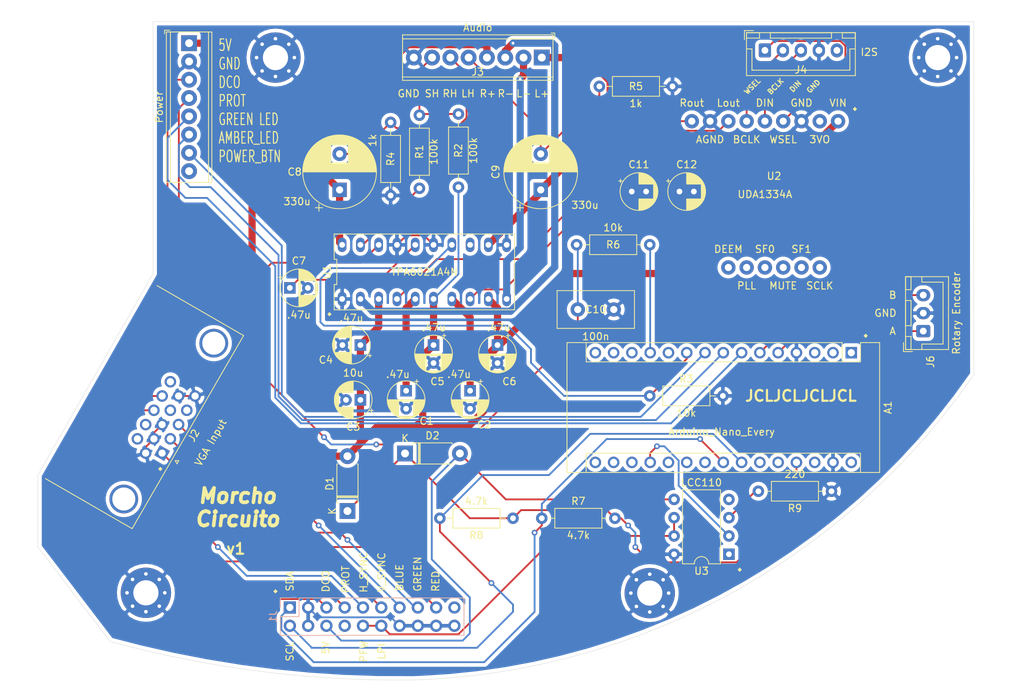
<source format=kicad_pcb>
(kicad_pcb (version 20171130) (host pcbnew "(5.1.10)-1")
  (layers (0 F.Cu signal) (31 B.Cu signal) (34 B.Paste user) (35 F.Paste user) (36 B.SilkS user) (37 F.SilkS user) (38 B.Mask user) (39 F.Mask user) (44 Edge.Cuts user))
  (net 0 "")
  (net 1 GND)
  (net 2 5V_TRICKLE)
  (net 3 "Net-(A1-Pad12)")
  (net 4 "Net-(C1-Pad1)")
  (net 5 "Net-(C2-Pad1)")
  (net 6 "Net-(C7-Pad1)")
  (net 7 RHEAD)
  (net 8 RSPKR+)
  (net 9 LHEAD)
  (net 10 LSPKR+)
  (net 11 VOLUME)
  (net 12 SHEAD)
  (net 13 LSPKR-)
  (net 14 RSPKR-)
  (net 15 "Net-(R1-Pad2)")
  (net 16 LIN)
  (net 17 RIN)
  (net 18 LPIACT)
  (net 19 GREEN_LED)
  (net 20 AMBER_LED)
  (net 21 POWER_BTN)
  (net 22 IVAD_SDA)
  (net 23 ROT_A)
  (net 24 IVAD_SCL)
  (net 25 ROT_B)
  (net 26 AMP_ACTIVE)
  (net 27 5V_MCU)
  (net 28 5V_PSU)
  (net 29 RED)
  (net 30 GREEN)
  (net 31 BLUE)
  (net 32 V_SYNC)
  (net 33 H_SYNC)
  (net 34 PROT)
  (net 35 DCO)
  (net 36 I2S_DIN)
  (net 37 I2S_BCLK)
  (net 38 I2S_WSEL)
  (net 39 POWER_EN)
  (net 40 "Net-(R9-Pad2)")
  (net 41 "Net-(A1-Pad1)")
  (net 42 "Net-(A1-Pad17)")
  (net 43 "Net-(A1-Pad2)")
  (net 44 "Net-(A1-Pad18)")
  (net 45 "Net-(A1-Pad3)")
  (net 46 "Net-(A1-Pad20)")
  (net 47 "Net-(A1-Pad21)")
  (net 48 "Net-(A1-Pad22)")
  (net 49 "Net-(A1-Pad25)")
  (net 50 "Net-(A1-Pad26)")
  (net 51 "Net-(A1-Pad11)")
  (net 52 "Net-(A1-Pad28)")
  (net 53 "Net-(A1-Pad13)")
  (net 54 "Net-(A1-Pad14)")
  (net 55 "Net-(A1-Pad30)")
  (net 56 "Net-(A1-Pad15)")
  (net 57 "Net-(A1-Pad16)")
  (net 58 "Net-(C11-Pad1)")
  (net 59 "Net-(C12-Pad1)")
  (net 60 "Net-(J1-Pad19)")
  (net 61 "Net-(J1-Pad8)")
  (net 62 "Net-(J2-Pad15)")
  (net 63 "Net-(J2-Pad12)")
  (net 64 "Net-(J2-Pad11)")
  (net 65 "Net-(J2-Pad9)")
  (net 66 "Net-(J2-Pad4)")
  (net 67 "Net-(J4-Pad5)")
  (net 68 "Net-(J5-Pad8)")
  (net 69 "Net-(U1-Pad13)")
  (net 70 "Net-(U2-Pad12)")
  (net 71 "Net-(U2-Pad13)")
  (net 72 "Net-(U2-Pad14)")
  (net 73 "Net-(U2-Pad15)")
  (net 74 "Net-(U2-Pad16)")
  (net 75 "Net-(U2-Pad2)")
  (net 76 "Net-(U2-Pad17)")
  (net 77 "Net-(U3-Pad4)")
  (net 78 "Net-(U3-Pad1)")
  (module Capacitor_THT:CP_Radial_D5.0mm_P2.00mm (layer F.Cu) (at 165.126 70.612)
    (fp_text reference C12 (at 1 -3.75) (layer F.SilkS))
    (fp_text value .47u)
    (pad 2 thru_hole circle (at 2 0) (size 1.6 1.6) (drill 0.8) (layers *.Cu *.Mask) (net 16 LIN))
    (pad 1 thru_hole rect (at 0 0) (size 1.6 1.6) (drill 0.8) (layers *.Cu *.Mask) (net 59 "Net-(C12-Pad1)"))
  )
  (module Capacitor_THT:CP_Radial_D5.0mm_P2.00mm (layer F.Cu) (at 158.496 70.612)
    (fp_text reference C11 (at 1 -3.75) (layer F.SilkS))
    (fp_text value .47u)
    (pad 2 thru_hole circle (at 2 0) (size 1.6 1.6) (drill 0.8) (layers *.Cu *.Mask) (net 17 RIN))
    (pad 1 thru_hole rect (at 0 0) (size 1.6 1.6) (drill 0.8) (layers *.Cu *.Mask) (net 58 "Net-(C11-Pad1)"))
  )
  (module Resistor_THT:R_Axial_DIN0207_L6.3mm_D2.5mm_P10.16mm_Horizontal (layer F.Cu) (at 186.25 112.25 180)
    (fp_text reference R9 (at 5.08 -2.37) (layer F.SilkS))
    (fp_text value 220 (at 5.08 2.37) (layer F.SilkS))
    (pad 2 thru_hole oval (at 10.16 0 180) (size 1.6 1.6) (drill 0.8) (layers *.Cu *.Mask) (net 40 "Net-(R9-Pad2)"))
    (pad 1 thru_hole circle (at 0 0 180) (size 1.6 1.6) (drill 0.8) (layers *.Cu *.Mask) (net 1 GND))
  )
  (module Package_DIP:DIP-8_W7.62mm (layer F.Cu) (at 172 121 180)
    (fp_text reference U3 (at 3.81 -2.33) (layer F.SilkS))
    (fp_text value LCC110 (at 3.81 9.95) (layer F.SilkS))
    (pad 8 thru_hole oval (at 7.62 0 180) (size 1.6 1.6) (drill 0.8) (layers *.Cu *.Mask) (net 1 GND))
    (pad 4 thru_hole oval (at 0 7.62 180) (size 1.6 1.6) (drill 0.8) (layers *.Cu *.Mask) (net 77 "Net-(U3-Pad4)"))
    (pad 7 thru_hole oval (at 7.62 2.54 180) (size 1.6 1.6) (drill 0.8) (layers *.Cu *.Mask) (net 18 LPIACT))
    (pad 3 thru_hole oval (at 0 5.08 180) (size 1.6 1.6) (drill 0.8) (layers *.Cu *.Mask) (net 40 "Net-(R9-Pad2)"))
    (pad 6 thru_hole oval (at 7.62 5.08 180) (size 1.6 1.6) (drill 0.8) (layers *.Cu *.Mask) (net 18 LPIACT))
    (pad 2 thru_hole oval (at 0 2.54 180) (size 1.6 1.6) (drill 0.8) (layers *.Cu *.Mask) (net 39 POWER_EN))
    (pad 5 thru_hole oval (at 7.62 7.62 180) (size 1.6 1.6) (drill 0.8) (layers *.Cu *.Mask) (net 2 5V_TRICKLE))
    (pad 1 thru_hole rect (at 0 0 180) (size 1.6 1.6) (drill 0.8) (layers *.Cu *.Mask) (net 78 "Net-(U3-Pad1)"))
  )
  (module Connector_Dsub:DSUB-15-HD_Female_Horizontal_P2.29x1.98mm_EdgePinOffset8.35mm_Housed_MountingHolesOffset10.89mm (layer F.Cu) (at 93.25 106.95 240)
    (fp_text reference J2 (at -4.315 -2.58 60) (layer F.SilkS))
    (fp_text value "VGA Input" (at -4.630737 -5.120671 60) (layer F.SilkS))
    (pad 0 thru_hole circle (at 8.185 1.42 240) (size 4 4) (drill 3.2) (layers *.Cu *.Mask))
    (pad 0 thru_hole circle (at -16.815 1.42 240) (size 4 4) (drill 3.2) (layers *.Cu *.Mask))
    (pad 15 thru_hole circle (at -9.16 3.96 240) (size 1.6 1.6) (drill 1) (layers *.Cu *.Mask) (net 62 "Net-(J2-Pad15)"))
    (pad 14 thru_hole circle (at -6.87 3.96 240) (size 1.6 1.6) (drill 1) (layers *.Cu *.Mask) (net 32 V_SYNC))
    (pad 13 thru_hole circle (at -4.58 3.96 240) (size 1.6 1.6) (drill 1) (layers *.Cu *.Mask) (net 33 H_SYNC))
    (pad 12 thru_hole circle (at -2.29 3.96 240) (size 1.6 1.6) (drill 1) (layers *.Cu *.Mask) (net 63 "Net-(J2-Pad12)"))
    (pad 11 thru_hole circle (at 0 3.96 240) (size 1.6 1.6) (drill 1) (layers *.Cu *.Mask) (net 64 "Net-(J2-Pad11)"))
    (pad 10 thru_hole circle (at -8.015 1.98 240) (size 1.6 1.6) (drill 1) (layers *.Cu *.Mask) (net 1 GND))
    (pad 9 thru_hole circle (at -5.725 1.98 240) (size 1.6 1.6) (drill 1) (layers *.Cu *.Mask) (net 65 "Net-(J2-Pad9)"))
    (pad 8 thru_hole circle (at -3.435 1.98 240) (size 1.6 1.6) (drill 1) (layers *.Cu *.Mask) (net 1 GND))
    (pad 7 thru_hole circle (at -1.145 1.98 240) (size 1.6 1.6) (drill 1) (layers *.Cu *.Mask) (net 1 GND))
    (pad 6 thru_hole circle (at 1.145 1.98 240) (size 1.6 1.6) (drill 1) (layers *.Cu *.Mask) (net 1 GND))
    (pad 5 thru_hole circle (at -9.16 0 240) (size 1.6 1.6) (drill 1) (layers *.Cu *.Mask) (net 1 GND))
    (pad 4 thru_hole circle (at -6.87 0 240) (size 1.6 1.6) (drill 1) (layers *.Cu *.Mask) (net 66 "Net-(J2-Pad4)"))
    (pad 3 thru_hole circle (at -4.58 0 240) (size 1.6 1.6) (drill 1) (layers *.Cu *.Mask) (net 31 BLUE))
    (pad 2 thru_hole circle (at -2.29 0 240) (size 1.6 1.6) (drill 1) (layers *.Cu *.Mask) (net 30 GREEN))
    (pad 1 thru_hole rect (at 0 0 240) (size 1.6 1.6) (drill 1) (layers *.Cu *.Mask) (net 29 RED))
  )
  (module MiSTer-G3:UDA1334_Breakout (layer F.Cu) (at 177 71 180)
    (fp_text reference U2 (at -1.27 2.54 180) (layer F.SilkS))
    (fp_text value UDA1334A (at 0 0) (layer F.SilkS))
    (fp_text user DEEM (at 5.08 -7.62) (layer F.SilkS))
    (fp_text user PLL (at 2.54 -12.7) (layer F.SilkS))
    (fp_text user SF0 (at 0 -7.62) (layer F.SilkS))
    (fp_text user MUTE (at -2.54 -12.7) (layer F.SilkS))
    (fp_text user SF1 (at -5.08 -7.62) (layer F.SilkS))
    (fp_text user SCLK (at -7.62 -12.7) (layer F.SilkS))
    (fp_text user Rout (at 10.16 12.7) (layer F.SilkS))
    (fp_text user AGND (at 7.62 7.62) (layer F.SilkS))
    (fp_text user Lout (at 5.08 12.7) (layer F.SilkS))
    (fp_text user BCLK (at 2.54 7.62) (layer F.SilkS))
    (fp_text user DIN (at 0 12.7) (layer F.SilkS))
    (fp_text user WSEL (at -2.54 7.62) (layer F.SilkS))
    (fp_text user GND (at -5.08 12.7) (layer F.SilkS))
    (fp_text user 3VO (at -7.62 7.62) (layer F.SilkS))
    (fp_text user VIN (at -10.16 12.7) (layer F.SilkS))
    (pad 9 thru_hole circle (at 10.16 10.16 180) (size 2 2) (drill 1) (layers *.Cu *.Mask) (net 17 RIN))
    (pad 8 thru_hole circle (at 7.62 10.16 180) (size 2 2) (drill 1) (layers *.Cu *.Mask) (net 1 GND))
    (pad 7 thru_hole circle (at 5.08 10.16 180) (size 2 2) (drill 1) (layers *.Cu *.Mask) (net 16 LIN))
    (pad 12 thru_hole circle (at 5.08 -10.16 180) (size 2 2) (drill 1) (layers *.Cu *.Mask) (net 70 "Net-(U2-Pad12)"))
    (pad 6 thru_hole circle (at 2.54 10.16 180) (size 2 2) (drill 1) (layers *.Cu *.Mask) (net 37 I2S_BCLK))
    (pad 13 thru_hole circle (at 2.54 -10.16 180) (size 2 2) (drill 1) (layers *.Cu *.Mask) (net 71 "Net-(U2-Pad13)"))
    (pad 5 thru_hole circle (at 0 10.16 180) (size 2 2) (drill 1) (layers *.Cu *.Mask) (net 36 I2S_DIN))
    (pad 14 thru_hole circle (at 0 -10.16 180) (size 2 2) (drill 1) (layers *.Cu *.Mask) (net 72 "Net-(U2-Pad14)"))
    (pad 4 thru_hole circle (at -2.54 10.16 180) (size 2 2) (drill 1) (layers *.Cu *.Mask) (net 38 I2S_WSEL))
    (pad 15 thru_hole circle (at -2.54 -10.16 180) (size 2 2) (drill 1) (layers *.Cu *.Mask) (net 73 "Net-(U2-Pad15)"))
    (pad 3 thru_hole circle (at -5.08 10.16 180) (size 2 2) (drill 1) (layers *.Cu *.Mask) (net 1 GND))
    (pad 16 thru_hole circle (at -5.08 -10.16 180) (size 2 2) (drill 1) (layers *.Cu *.Mask) (net 74 "Net-(U2-Pad16)"))
    (pad 2 thru_hole circle (at -7.62 10.16 180) (size 2 2) (drill 1) (layers *.Cu *.Mask) (net 75 "Net-(U2-Pad2)"))
    (pad 17 thru_hole circle (at -7.62 -10.16 180) (size 2 2) (drill 1) (layers *.Cu *.Mask) (net 76 "Net-(U2-Pad17)"))
    (pad 1 thru_hole circle (at -10.16 10.16 180) (size 2 2) (drill 1) (layers *.Cu *.Mask) (net 28 5V_PSU))
  )
  (module Resistor_THT:R_Axial_DIN0207_L6.3mm_D2.5mm_P10.16mm_Horizontal (layer F.Cu) (at 142 116 180)
    (fp_text reference R8 (at 5.08 -2.37) (layer F.SilkS))
    (fp_text value 4.7k (at 5.08 2.37) (layer F.SilkS))
    (pad 2 thru_hole oval (at 10.16 0 180) (size 1.6 1.6) (drill 0.8) (layers *.Cu *.Mask) (net 24 IVAD_SCL))
    (pad 1 thru_hole circle (at 0 0 180) (size 1.6 1.6) (drill 0.8) (layers *.Cu *.Mask) (net 27 5V_MCU))
  )
  (module Resistor_THT:R_Axial_DIN0207_L6.3mm_D2.5mm_P10.16mm_Horizontal (layer F.Cu) (at 146 116)
    (fp_text reference R7 (at 5.08 -2.37) (layer F.SilkS))
    (fp_text value 4.7k (at 5.08 2.37) (layer F.SilkS))
    (pad 2 thru_hole oval (at 10.16 0) (size 1.6 1.6) (drill 0.8) (layers *.Cu *.Mask) (net 27 5V_MCU))
    (pad 1 thru_hole circle (at 0 0) (size 1.6 1.6) (drill 0.8) (layers *.Cu *.Mask) (net 22 IVAD_SDA))
  )
  (module Resistor_THT:R_Axial_DIN0207_L6.3mm_D2.5mm_P10.16mm_Horizontal (layer F.Cu) (at 161 78 180)
    (fp_text reference R6 hide)
    (fp_text value 10k (at 5.08 2.37) (layer F.SilkS))
    (fp_text user %R (at 5.08 0) (layer F.SilkS))
    (pad 2 thru_hole oval (at 10.16 0 180) (size 1.6 1.6) (drill 0.8) (layers *.Cu *.Mask) (net 11 VOLUME))
    (pad 1 thru_hole circle (at 0 0 180) (size 1.6 1.6) (drill 0.8) (layers *.Cu *.Mask) (net 3 "Net-(A1-Pad12)"))
  )
  (module Resistor_THT:R_Axial_DIN0207_L6.3mm_D2.5mm_P10.16mm_Horizontal (layer F.Cu) (at 154 56)
    (fp_text reference R5 hide)
    (fp_text value 1k (at 5.08 2.37) (layer F.SilkS))
    (fp_text user %R (at 5.08 0) (layer F.SilkS))
    (pad 2 thru_hole oval (at 10.16 0) (size 1.6 1.6) (drill 0.8) (layers *.Cu *.Mask) (net 1 GND))
    (pad 1 thru_hole circle (at 0 0) (size 1.6 1.6) (drill 0.8) (layers *.Cu *.Mask) (net 9 LHEAD))
  )
  (module Resistor_THT:R_Axial_DIN0207_L6.3mm_D2.5mm_P10.16mm_Horizontal (layer F.Cu) (at 125 61 270)
    (fp_text reference R4 hide)
    (fp_text value 1k (at 2.5 2.5 90) (layer F.SilkS))
    (fp_text user %R (at 5.08 0 90) (layer F.SilkS))
    (pad 2 thru_hole oval (at 10.16 0 270) (size 1.6 1.6) (drill 0.8) (layers *.Cu *.Mask) (net 1 GND))
    (pad 1 thru_hole circle (at 0 0 270) (size 1.6 1.6) (drill 0.8) (layers *.Cu *.Mask) (net 7 RHEAD))
  )
  (module Resistor_THT:R_Axial_DIN0207_L6.3mm_D2.5mm_P10.16mm_Horizontal (layer F.Cu) (at 161 99)
    (fp_text reference R3 (at 5.08 -2.37) (layer F.SilkS))
    (fp_text value 10k (at 5.08 2.37) (layer F.SilkS))
    (pad 2 thru_hole oval (at 10.16 0) (size 1.6 1.6) (drill 0.8) (layers *.Cu *.Mask) (net 1 GND))
    (pad 1 thru_hole circle (at 0 0) (size 1.6 1.6) (drill 0.8) (layers *.Cu *.Mask) (net 26 AMP_ACTIVE))
  )
  (module Resistor_THT:R_Axial_DIN0207_L6.3mm_D2.5mm_P10.16mm_Horizontal (layer F.Cu) (at 134.42 70 90)
    (fp_text reference R2 hide)
    (fp_text value 100k (at 5.08 2.08 90) (layer F.SilkS))
    (fp_text user %R (at 5.08 0 90) (layer F.SilkS))
    (pad 2 thru_hole oval (at 10.16 0 90) (size 1.6 1.6) (drill 0.8) (layers *.Cu *.Mask) (net 12 SHEAD))
    (pad 1 thru_hole circle (at 0 0 90) (size 1.6 1.6) (drill 0.8) (layers *.Cu *.Mask) (net 28 5V_PSU))
  )
  (module Resistor_THT:R_Axial_DIN0207_L6.3mm_D2.5mm_P10.16mm_Horizontal (layer F.Cu) (at 129 60 270)
    (fp_text reference R1 hide)
    (fp_text value 100k (at 5.08 -2 90) (layer F.SilkS))
    (fp_text user %R (at 5.08 0 90) (layer F.SilkS))
    (pad 2 thru_hole oval (at 10.16 0 270) (size 1.6 1.6) (drill 0.8) (layers *.Cu *.Mask) (net 15 "Net-(R1-Pad2)"))
    (pad 1 thru_hole circle (at 0 0 270) (size 1.6 1.6) (drill 0.8) (layers *.Cu *.Mask) (net 12 SHEAD))
  )
  (module Connector_JST:JST_XH_B3B-XH-A_1x03_P2.50mm_Vertical (layer F.Cu) (at 199 90 90)
    (fp_text reference J6 (at -4.25 1 90) (layer F.SilkS))
    (fp_text value "Rotary Encoder" (at 2.5 4.6 90) (layer F.SilkS))
    (pad 3 thru_hole oval (at 5 0 90) (size 1.7 1.95) (drill 0.95) (layers *.Cu *.Mask) (net 25 ROT_B))
    (pad 2 thru_hole oval (at 2.5 0 90) (size 1.7 1.95) (drill 0.95) (layers *.Cu *.Mask) (net 1 GND))
    (pad 1 thru_hole roundrect (at 0 0 90) (size 1.7 1.95) (drill 0.95) (layers *.Cu *.Mask) (roundrect_rratio 0.1470588235294118) (net 23 ROT_A))
  )
  (module TerminalBlock_Phoenix:TerminalBlock_Phoenix_MPT-0,5-8-2.54_1x08_P2.54mm_Horizontal (layer F.Cu) (at 97 50 270)
    (fp_text reference J5 hide)
    (fp_text value Power (at 8.89 4.16 90) (layer F.SilkS))
    (pad 8 thru_hole circle (at 17.78 0 270) (size 2.2 2.2) (drill 1.1) (layers *.Cu *.Mask) (net 68 "Net-(J5-Pad8)"))
    (pad 7 thru_hole circle (at 15.24 0 270) (size 2.2 2.2) (drill 1.1) (layers *.Cu *.Mask) (net 21 POWER_BTN))
    (pad 6 thru_hole circle (at 12.7 0 270) (size 2.2 2.2) (drill 1.1) (layers *.Cu *.Mask) (net 20 AMBER_LED))
    (pad 5 thru_hole circle (at 10.16 0 270) (size 2.2 2.2) (drill 1.1) (layers *.Cu *.Mask) (net 19 GREEN_LED))
    (pad 4 thru_hole circle (at 7.62 0 270) (size 2.2 2.2) (drill 1.1) (layers *.Cu *.Mask) (net 34 PROT))
    (pad 3 thru_hole circle (at 5.08 0 270) (size 2.2 2.2) (drill 1.1) (layers *.Cu *.Mask) (net 35 DCO))
    (pad 2 thru_hole circle (at 2.54 0 270) (size 2.2 2.2) (drill 1.1) (layers *.Cu *.Mask) (net 1 GND))
    (pad 1 thru_hole rect (at 0 0 270) (size 2.2 2.2) (drill 1.1) (layers *.Cu *.Mask) (net 28 5V_PSU))
  )
  (module Connector_JST:JST_XH_B5B-XH-A_1x05_P2.50mm_Vertical (layer F.Cu) (at 177 51)
    (fp_text reference J4 hide)
    (fp_text value I2S (at 14.5 0.25) (layer F.SilkS))
    (fp_text user %R (at 5 2.7) (layer F.SilkS))
    (pad 5 thru_hole oval (at 10 0) (size 1.7 1.95) (drill 0.95) (layers *.Cu *.Mask) (net 67 "Net-(J4-Pad5)"))
    (pad 4 thru_hole oval (at 7.5 0) (size 1.7 1.95) (drill 0.95) (layers *.Cu *.Mask) (net 1 GND))
    (pad 3 thru_hole oval (at 5 0) (size 1.7 1.95) (drill 0.95) (layers *.Cu *.Mask) (net 36 I2S_DIN))
    (pad 2 thru_hole oval (at 2.5 0) (size 1.7 1.95) (drill 0.95) (layers *.Cu *.Mask) (net 37 I2S_BCLK))
    (pad 1 thru_hole roundrect (at 0 0) (size 1.7 1.95) (drill 0.95) (layers *.Cu *.Mask) (roundrect_rratio 0.1470588235294118) (net 38 I2S_WSEL))
  )
  (module TerminalBlock_Phoenix:TerminalBlock_Phoenix_MPT-0,5-8-2.54_1x08_P2.54mm_Horizontal (layer F.Cu) (at 146 52 180)
    (fp_text reference J3 (at 8.89 -2) (layer F.SilkS))
    (fp_text value Audio (at 8.89 4.16) (layer F.SilkS))
    (pad 8 thru_hole circle (at 17.78 0 180) (size 2.2 2.2) (drill 1.1) (layers *.Cu *.Mask) (net 1 GND))
    (pad 7 thru_hole circle (at 15.24 0 180) (size 2.2 2.2) (drill 1.1) (layers *.Cu *.Mask) (net 12 SHEAD))
    (pad 6 thru_hole circle (at 12.7 0 180) (size 2.2 2.2) (drill 1.1) (layers *.Cu *.Mask) (net 7 RHEAD))
    (pad 5 thru_hole circle (at 10.16 0 180) (size 2.2 2.2) (drill 1.1) (layers *.Cu *.Mask) (net 9 LHEAD))
    (pad 4 thru_hole circle (at 7.62 0 180) (size 2.2 2.2) (drill 1.1) (layers *.Cu *.Mask) (net 8 RSPKR+))
    (pad 3 thru_hole circle (at 5.08 0 180) (size 2.2 2.2) (drill 1.1) (layers *.Cu *.Mask) (net 14 RSPKR-))
    (pad 2 thru_hole circle (at 2.54 0 180) (size 2.2 2.2) (drill 1.1) (layers *.Cu *.Mask) (net 13 LSPKR-))
    (pad 1 thru_hole rect (at 0 0 180) (size 2.2 2.2) (drill 1.1) (layers *.Cu *.Mask) (net 10 LSPKR+))
  )
  (module Connector_PinHeader_2.54mm:PinHeader_2x10_P2.54mm_Vertical (layer B.Cu) (at 111 128.4 270)
    (fp_text reference J1 (at 1.27 2.33 270) (layer B.SilkS) (effects (justify mirror)))
    (fp_text value "Apple J20")
    (pad 20 thru_hole oval (at 2.54 -22.86 270) (size 1.7 1.7) (drill 1) (layers *.Cu *.Mask) (net 1 GND))
    (pad 19 thru_hole oval (at 0 -22.86 270) (size 1.7 1.7) (drill 1) (layers *.Cu *.Mask) (net 60 "Net-(J1-Pad19)"))
    (pad 18 thru_hole oval (at 2.54 -20.32 270) (size 1.7 1.7) (drill 1) (layers *.Cu *.Mask) (net 1 GND))
    (pad 17 thru_hole oval (at 0 -20.32 270) (size 1.7 1.7) (drill 1) (layers *.Cu *.Mask) (net 29 RED))
    (pad 16 thru_hole oval (at 2.54 -17.78 270) (size 1.7 1.7) (drill 1) (layers *.Cu *.Mask) (net 1 GND))
    (pad 15 thru_hole oval (at 0 -17.78 270) (size 1.7 1.7) (drill 1) (layers *.Cu *.Mask) (net 30 GREEN))
    (pad 14 thru_hole oval (at 2.54 -15.24 270) (size 1.7 1.7) (drill 1) (layers *.Cu *.Mask) (net 1 GND))
    (pad 13 thru_hole oval (at 0 -15.24 270) (size 1.7 1.7) (drill 1) (layers *.Cu *.Mask) (net 31 BLUE))
    (pad 12 thru_hole oval (at 2.54 -12.7 270) (size 1.7 1.7) (drill 1) (layers *.Cu *.Mask) (net 18 LPIACT))
    (pad 11 thru_hole oval (at 0 -12.7 270) (size 1.7 1.7) (drill 1) (layers *.Cu *.Mask) (net 32 V_SYNC))
    (pad 10 thru_hole oval (at 2.54 -10.16 270) (size 1.7 1.7) (drill 1) (layers *.Cu *.Mask) (net 18 LPIACT))
    (pad 9 thru_hole oval (at 0 -10.16 270) (size 1.7 1.7) (drill 1) (layers *.Cu *.Mask) (net 33 H_SYNC))
    (pad 8 thru_hole oval (at 2.54 -7.62 270) (size 1.7 1.7) (drill 1) (layers *.Cu *.Mask) (net 61 "Net-(J1-Pad8)"))
    (pad 7 thru_hole oval (at 0 -7.62 270) (size 1.7 1.7) (drill 1) (layers *.Cu *.Mask) (net 34 PROT))
    (pad 6 thru_hole oval (at 2.54 -5.08 270) (size 1.7 1.7) (drill 1) (layers *.Cu *.Mask) (net 2 5V_TRICKLE))
    (pad 5 thru_hole oval (at 0 -5.08 270) (size 1.7 1.7) (drill 1) (layers *.Cu *.Mask) (net 35 DCO))
    (pad 4 thru_hole oval (at 2.54 -2.54 270) (size 1.7 1.7) (drill 1) (layers *.Cu *.Mask) (net 1 GND))
    (pad 3 thru_hole oval (at 0 -2.54 270) (size 1.7 1.7) (drill 1) (layers *.Cu *.Mask) (net 1 GND))
    (pad 2 thru_hole oval (at 2.54 0 270) (size 1.7 1.7) (drill 1) (layers *.Cu *.Mask) (net 24 IVAD_SCL))
    (pad 1 thru_hole rect (at 0 0 270) (size 1.7 1.7) (drill 1) (layers *.Cu *.Mask) (net 22 IVAD_SDA))
  )
  (module MountingHole:MountingHole_3.5mm_Pad_Via (layer F.Cu) (at 109 52)
    (fp_text reference H4 hide)
    (fp_text value MountingHole_Pad)
    (pad 1 thru_hole circle (at 1.856155 -1.856155) (size 0.8 0.8) (drill 0.5) (layers *.Cu *.Mask) (net 1 GND))
    (pad 1 thru_hole circle (at 0 -2.625) (size 0.8 0.8) (drill 0.5) (layers *.Cu *.Mask) (net 1 GND))
    (pad 1 thru_hole circle (at -1.856155 -1.856155) (size 0.8 0.8) (drill 0.5) (layers *.Cu *.Mask) (net 1 GND))
    (pad 1 thru_hole circle (at -2.625 0) (size 0.8 0.8) (drill 0.5) (layers *.Cu *.Mask) (net 1 GND))
    (pad 1 thru_hole circle (at -1.856155 1.856155) (size 0.8 0.8) (drill 0.5) (layers *.Cu *.Mask) (net 1 GND))
    (pad 1 thru_hole circle (at 0 2.625) (size 0.8 0.8) (drill 0.5) (layers *.Cu *.Mask) (net 1 GND))
    (pad 1 thru_hole circle (at 1.856155 1.856155) (size 0.8 0.8) (drill 0.5) (layers *.Cu *.Mask) (net 1 GND))
    (pad 1 thru_hole circle (at 2.625 0) (size 0.8 0.8) (drill 0.5) (layers *.Cu *.Mask) (net 1 GND))
    (pad 1 thru_hole circle (at 0 0) (size 7 7) (drill 3.5) (layers *.Cu *.Mask) (net 1 GND))
  )
  (module MountingHole:MountingHole_3.5mm_Pad_Via (layer F.Cu) (at 201 52)
    (fp_text reference H3 hide)
    (fp_text value MountingHole_Pad)
    (pad 1 thru_hole circle (at 1.856155 -1.856155) (size 0.8 0.8) (drill 0.5) (layers *.Cu *.Mask) (net 1 GND))
    (pad 1 thru_hole circle (at 0 -2.625) (size 0.8 0.8) (drill 0.5) (layers *.Cu *.Mask) (net 1 GND))
    (pad 1 thru_hole circle (at -1.856155 -1.856155) (size 0.8 0.8) (drill 0.5) (layers *.Cu *.Mask) (net 1 GND))
    (pad 1 thru_hole circle (at -2.625 0) (size 0.8 0.8) (drill 0.5) (layers *.Cu *.Mask) (net 1 GND))
    (pad 1 thru_hole circle (at -1.856155 1.856155) (size 0.8 0.8) (drill 0.5) (layers *.Cu *.Mask) (net 1 GND))
    (pad 1 thru_hole circle (at 0 2.625) (size 0.8 0.8) (drill 0.5) (layers *.Cu *.Mask) (net 1 GND))
    (pad 1 thru_hole circle (at 1.856155 1.856155) (size 0.8 0.8) (drill 0.5) (layers *.Cu *.Mask) (net 1 GND))
    (pad 1 thru_hole circle (at 2.625 0) (size 0.8 0.8) (drill 0.5) (layers *.Cu *.Mask) (net 1 GND))
    (pad 1 thru_hole circle (at 0 0) (size 7 7) (drill 3.5) (layers *.Cu *.Mask) (net 1 GND))
  )
  (module MountingHole:MountingHole_3.5mm_Pad_Via (layer F.Cu) (at 91 126.36)
    (fp_text reference H2 hide)
    (fp_text value MountingHole_Pad)
    (pad 1 thru_hole circle (at 1.856155 -1.856155) (size 0.8 0.8) (drill 0.5) (layers *.Cu *.Mask) (net 1 GND))
    (pad 1 thru_hole circle (at 0 -2.625) (size 0.8 0.8) (drill 0.5) (layers *.Cu *.Mask) (net 1 GND))
    (pad 1 thru_hole circle (at -1.856155 -1.856155) (size 0.8 0.8) (drill 0.5) (layers *.Cu *.Mask) (net 1 GND))
    (pad 1 thru_hole circle (at -2.625 0) (size 0.8 0.8) (drill 0.5) (layers *.Cu *.Mask) (net 1 GND))
    (pad 1 thru_hole circle (at -1.856155 1.856155) (size 0.8 0.8) (drill 0.5) (layers *.Cu *.Mask) (net 1 GND))
    (pad 1 thru_hole circle (at 0 2.625) (size 0.8 0.8) (drill 0.5) (layers *.Cu *.Mask) (net 1 GND))
    (pad 1 thru_hole circle (at 1.856155 1.856155) (size 0.8 0.8) (drill 0.5) (layers *.Cu *.Mask) (net 1 GND))
    (pad 1 thru_hole circle (at 2.625 0) (size 0.8 0.8) (drill 0.5) (layers *.Cu *.Mask) (net 1 GND))
    (pad 1 thru_hole circle (at 0 0) (size 7 7) (drill 3.5) (layers *.Cu *.Mask) (net 1 GND))
  )
  (module MountingHole:MountingHole_3.5mm_Pad_Via (layer F.Cu) (at 161 126.4)
    (fp_text reference H1 hide)
    (fp_text value MountingHole_Pad)
    (pad 1 thru_hole circle (at 1.856155 -1.856155) (size 0.8 0.8) (drill 0.5) (layers *.Cu *.Mask) (net 1 GND))
    (pad 1 thru_hole circle (at 0 -2.625) (size 0.8 0.8) (drill 0.5) (layers *.Cu *.Mask) (net 1 GND))
    (pad 1 thru_hole circle (at -1.856155 -1.856155) (size 0.8 0.8) (drill 0.5) (layers *.Cu *.Mask) (net 1 GND))
    (pad 1 thru_hole circle (at -2.625 0) (size 0.8 0.8) (drill 0.5) (layers *.Cu *.Mask) (net 1 GND))
    (pad 1 thru_hole circle (at -1.856155 1.856155) (size 0.8 0.8) (drill 0.5) (layers *.Cu *.Mask) (net 1 GND))
    (pad 1 thru_hole circle (at 0 2.625) (size 0.8 0.8) (drill 0.5) (layers *.Cu *.Mask) (net 1 GND))
    (pad 1 thru_hole circle (at 1.856155 1.856155) (size 0.8 0.8) (drill 0.5) (layers *.Cu *.Mask) (net 1 GND))
    (pad 1 thru_hole circle (at 2.625 0) (size 0.8 0.8) (drill 0.5) (layers *.Cu *.Mask) (net 1 GND))
    (pad 1 thru_hole circle (at 0 0) (size 7 7) (drill 3.5) (layers *.Cu *.Mask) (net 1 GND))
  )
  (module Diode_THT:D_DO-41_SOD81_P7.62mm_Horizontal (layer F.Cu) (at 127 107)
    (fp_text reference D2 (at 3.81 -2.47) (layer F.SilkS))
    (fp_text value D_Schottky_ALT)
    (fp_text user K (at 0 -2.1) (layer F.SilkS))
    (pad 2 thru_hole oval (at 7.62 0) (size 2.2 2.2) (drill 1.1) (layers *.Cu *.Mask) (net 2 5V_TRICKLE))
    (pad 1 thru_hole rect (at 0 0) (size 2.2 2.2) (drill 1.1) (layers *.Cu *.Mask) (net 27 5V_MCU))
  )
  (module Diode_THT:D_DO-41_SOD81_P7.62mm_Horizontal (layer F.Cu) (at 119 115 90)
    (fp_text reference D1 (at 3.81 -2.47 90) (layer F.SilkS))
    (fp_text value D_Schottky_ALT)
    (fp_text user K (at 0 -2.1 90) (layer F.SilkS))
    (pad 2 thru_hole oval (at 7.62 0 90) (size 2.2 2.2) (drill 1.1) (layers *.Cu *.Mask) (net 28 5V_PSU))
    (pad 1 thru_hole rect (at 0 0 90) (size 2.2 2.2) (drill 1.1) (layers *.Cu *.Mask) (net 27 5V_MCU))
  )
  (module Capacitor_THT:C_Disc_D10.5mm_W5.0mm_P5.00mm (layer F.Cu) (at 151 87)
    (fp_text reference C10 hide)
    (fp_text value 100n (at 2.5 3.75) (layer F.SilkS))
    (fp_text user %R (at 2.5 0) (layer F.SilkS))
    (pad 2 thru_hole circle (at 5 0) (size 2 2) (drill 1) (layers *.Cu *.Mask) (net 1 GND))
    (pad 1 thru_hole circle (at 0 0) (size 2 2) (drill 1) (layers *.Cu *.Mask) (net 11 VOLUME))
  )
  (module Capacitor_THT:CP_Radial_D10.0mm_P5.00mm (layer F.Cu) (at 145.85 70.38 90)
    (fp_text reference C9 (at 2.5 -6.25 90) (layer F.SilkS))
    (fp_text value 330u (at -2.12 6.15 180) (layer F.SilkS))
    (pad 2 thru_hole circle (at 5 0 90) (size 2 2) (drill 1) (layers *.Cu *.Mask) (net 9 LHEAD))
    (pad 1 thru_hole rect (at 0 0 90) (size 2 2) (drill 1) (layers *.Cu *.Mask) (net 10 LSPKR+))
  )
  (module Capacitor_THT:CP_Radial_D10.0mm_P5.00mm (layer F.Cu) (at 117.91 70.38 90)
    (fp_text reference C8 (at 2.5 -6.25 180) (layer F.SilkS))
    (fp_text value 330u (at -1.62 -5.91 180) (layer F.SilkS))
    (pad 2 thru_hole circle (at 5 0 90) (size 2 2) (drill 1) (layers *.Cu *.Mask) (net 7 RHEAD))
    (pad 1 thru_hole rect (at 0 0 90) (size 2 2) (drill 1) (layers *.Cu *.Mask) (net 8 RSPKR+))
  )
  (module Capacitor_THT:CP_Radial_D5.0mm_P2.50mm (layer F.Cu) (at 111 84)
    (fp_text reference C7 (at 1.25 -3.75) (layer F.SilkS))
    (fp_text value .47u (at 1.25 3.75) (layer F.SilkS))
    (pad 2 thru_hole circle (at 2.5 0) (size 1.6 1.6) (drill 0.8) (layers *.Cu *.Mask) (net 1 GND))
    (pad 1 thru_hole rect (at 0 0) (size 1.6 1.6) (drill 0.8) (layers *.Cu *.Mask) (net 6 "Net-(C7-Pad1)"))
  )
  (module Capacitor_THT:CP_Radial_D5.0mm_P2.50mm (layer F.Cu) (at 139.85 91.94 270)
    (fp_text reference C6 (at 5.06 -1.65 180) (layer F.SilkS))
    (fp_text value .47u (at -2.44 -0.15 180) (layer F.SilkS))
    (pad 2 thru_hole circle (at 2.5 0 270) (size 1.6 1.6) (drill 0.8) (layers *.Cu *.Mask) (net 1 GND))
    (pad 1 thru_hole rect (at 0 0 270) (size 1.6 1.6) (drill 0.8) (layers *.Cu *.Mask) (net 28 5V_PSU))
  )
  (module Capacitor_THT:CP_Radial_D5.0mm_P2.50mm (layer F.Cu) (at 130.96 91.94 270)
    (fp_text reference C5 (at 5.06 -0.54 180) (layer F.SilkS))
    (fp_text value .47u (at -2.44 -0.04 180) (layer F.SilkS))
    (pad 2 thru_hole circle (at 2.5 0 270) (size 1.6 1.6) (drill 0.8) (layers *.Cu *.Mask) (net 1 GND))
    (pad 1 thru_hole rect (at 0 0 270) (size 1.6 1.6) (drill 0.8) (layers *.Cu *.Mask) (net 28 5V_PSU))
  )
  (module Capacitor_THT:CP_Radial_D5.0mm_P2.50mm (layer F.Cu) (at 120.8 91.94 180)
    (fp_text reference C4 (at 4.8 -2.06) (layer F.SilkS))
    (fp_text value .47u (at 1.25 3.75) (layer F.SilkS))
    (pad 2 thru_hole circle (at 2.5 0 180) (size 1.6 1.6) (drill 0.8) (layers *.Cu *.Mask) (net 1 GND))
    (pad 1 thru_hole rect (at 0 0 180) (size 1.6 1.6) (drill 0.8) (layers *.Cu *.Mask) (net 28 5V_PSU))
  )
  (module Capacitor_THT:CP_Radial_D5.0mm_P2.50mm (layer F.Cu) (at 136.04 98.29 270)
    (fp_text reference C2 (at 4.71 -1.96 180) (layer F.SilkS))
    (fp_text value .47u (at -2.29 1.54 180) (layer F.SilkS))
    (pad 2 thru_hole circle (at 2.5 0 270) (size 1.6 1.6) (drill 0.8) (layers *.Cu *.Mask) (net 1 GND))
    (pad 1 thru_hole rect (at 0 0 270) (size 1.6 1.6) (drill 0.8) (layers *.Cu *.Mask) (net 5 "Net-(C2-Pad1)"))
  )
  (module Capacitor_THT:CP_Radial_D5.0mm_P2.50mm (layer F.Cu) (at 127.15 98.29 270)
    (fp_text reference C1 (at 4.21 -2.85 180) (layer F.SilkS))
    (fp_text value .47u (at -2.29 1.15 180) (layer F.SilkS))
    (pad 2 thru_hole circle (at 2.5 0 270) (size 1.6 1.6) (drill 0.8) (layers *.Cu *.Mask) (net 1 GND))
    (pad 1 thru_hole rect (at 0 0 270) (size 1.6 1.6) (drill 0.8) (layers *.Cu *.Mask) (net 4 "Net-(C1-Pad1)"))
  )
  (module MiSTer-G3:TPA6021A4 (layer F.Cu) (at 129.69 81.78)
    (fp_text reference U1 (at -13.53 0 90) (layer F.SilkS))
    (fp_text value TPA6021A4N (at 0 0) (layer F.SilkS))
    (pad 10 thru_hole oval (at 11.43 3.76) (size 1.2 2) (drill 0.8) (layers *.Cu *.Mask) (net 13 LSPKR-))
    (pad 11 thru_hole oval (at 11.43 -3.76) (size 1.2 2) (drill 0.8) (layers *.Cu *.Mask) (net 1 GND))
    (pad 9 thru_hole oval (at 8.89 3.76) (size 1.2 2) (drill 0.8) (layers *.Cu *.Mask) (net 28 5V_PSU))
    (pad 12 thru_hole oval (at 8.89 -3.76) (size 1.2 2) (drill 0.8) (layers *.Cu *.Mask) (net 10 LSPKR+))
    (pad 8 thru_hole oval (at 6.35 3.76) (size 1.2 2) (drill 0.8) (layers *.Cu *.Mask) (net 59 "Net-(C12-Pad1)"))
    (pad 13 thru_hole oval (at 6.35 -3.76) (size 1.2 2) (drill 0.8) (layers *.Cu *.Mask) (net 69 "Net-(U1-Pad13)"))
    (pad 7 thru_hole oval (at 3.81 3.76) (size 1.2 2) (drill 0.8) (layers *.Cu *.Mask) (net 5 "Net-(C2-Pad1)"))
    (pad 14 thru_hole oval (at 3.81 -3.76) (size 1.2 2) (drill 0.8) (layers *.Cu *.Mask) (net 26 AMP_ACTIVE))
    (pad 6 thru_hole oval (at 1.27 3.76) (size 1.2 2) (drill 0.8) (layers *.Cu *.Mask) (net 28 5V_PSU))
    (pad 15 thru_hole oval (at 1.27 -3.76) (size 1.2 2) (drill 0.8) (layers *.Cu *.Mask) (net 1 GND))
    (pad 5 thru_hole oval (at -1.27 3.76) (size 1.2 2) (drill 0.8) (layers *.Cu *.Mask) (net 4 "Net-(C1-Pad1)"))
    (pad 16 thru_hole oval (at -1.27 -3.76) (size 1.2 2) (drill 0.8) (layers *.Cu *.Mask) (net 6 "Net-(C7-Pad1)"))
    (pad 4 thru_hole oval (at -3.81 3.76) (size 1.2 2) (drill 0.8) (layers *.Cu *.Mask) (net 58 "Net-(C11-Pad1)"))
    (pad 17 thru_hole oval (at -3.81 -3.76) (size 1.2 2) (drill 0.8) (layers *.Cu *.Mask) (net 1 GND))
    (pad 3 thru_hole oval (at -6.35 3.76) (size 1.2 2) (drill 0.8) (layers *.Cu *.Mask) (net 28 5V_PSU))
    (pad 18 thru_hole oval (at -6.35 -3.76) (size 1.2 2) (drill 0.8) (layers *.Cu *.Mask) (net 11 VOLUME))
    (pad 2 thru_hole oval (at -8.89 3.76) (size 1.2 2) (drill 0.8) (layers *.Cu *.Mask) (net 14 RSPKR-))
    (pad 19 thru_hole oval (at -8.89 -3.76) (size 1.2 2) (drill 0.8) (layers *.Cu *.Mask) (net 15 "Net-(R1-Pad2)"))
    (pad 1 thru_hole oval (at -11.43 3.76) (size 1.2 2) (drill 0.8) (layers *.Cu *.Mask) (net 1 GND))
    (pad 20 thru_hole oval (at -11.43 -3.76) (size 1.2 2) (drill 0.8) (layers *.Cu *.Mask) (net 8 RSPKR+))
  )
  (module Capacitor_THT:CP_Radial_D5.0mm_P2.00mm (layer F.Cu) (at 120.8 99.56 180)
    (fp_text reference C3 (at 1 -3.75) (layer F.SilkS))
    (fp_text value 10u (at 1 3.75) (layer F.SilkS))
    (pad 2 thru_hole circle (at 2 0 180) (size 1.6 1.6) (drill 0.8) (layers *.Cu *.Mask) (net 1 GND))
    (pad 1 thru_hole rect (at 0 0 180) (size 1.6 1.6) (drill 0.8) (layers *.Cu *.Mask) (net 28 5V_PSU))
  )
  (module Module:Arduino_Nano (layer F.Cu) (at 189 93 270)
    (fp_text reference A1 (at 7.62 -5.08 90) (layer F.SilkS))
    (fp_text value Arduino_Nano_Every (at 11 18) (layer F.SilkS))
    (pad 1 thru_hole rect (at 0 0 270) (size 1.6 1.6) (drill 1) (layers *.Cu *.Mask) (net 41 "Net-(A1-Pad1)"))
    (pad 17 thru_hole oval (at 15.24 33.02 270) (size 1.6 1.6) (drill 1) (layers *.Cu *.Mask) (net 42 "Net-(A1-Pad17)"))
    (pad 2 thru_hole oval (at 0 2.54 270) (size 1.6 1.6) (drill 1) (layers *.Cu *.Mask) (net 43 "Net-(A1-Pad2)"))
    (pad 18 thru_hole oval (at 15.24 30.48 270) (size 1.6 1.6) (drill 1) (layers *.Cu *.Mask) (net 44 "Net-(A1-Pad18)"))
    (pad 3 thru_hole oval (at 0 5.08 270) (size 1.6 1.6) (drill 1) (layers *.Cu *.Mask) (net 45 "Net-(A1-Pad3)"))
    (pad 19 thru_hole oval (at 15.24 27.94 270) (size 1.6 1.6) (drill 1) (layers *.Cu *.Mask) (net 39 POWER_EN))
    (pad 4 thru_hole oval (at 0 7.62 270) (size 1.6 1.6) (drill 1) (layers *.Cu *.Mask) (net 1 GND))
    (pad 20 thru_hole oval (at 15.24 25.4 270) (size 1.6 1.6) (drill 1) (layers *.Cu *.Mask) (net 46 "Net-(A1-Pad20)"))
    (pad 5 thru_hole oval (at 0 10.16 270) (size 1.6 1.6) (drill 1) (layers *.Cu *.Mask) (net 23 ROT_A))
    (pad 21 thru_hole oval (at 15.24 22.86 270) (size 1.6 1.6) (drill 1) (layers *.Cu *.Mask) (net 47 "Net-(A1-Pad21)"))
    (pad 6 thru_hole oval (at 0 12.7 270) (size 1.6 1.6) (drill 1) (layers *.Cu *.Mask) (net 25 ROT_B))
    (pad 22 thru_hole oval (at 15.24 20.32 270) (size 1.6 1.6) (drill 1) (layers *.Cu *.Mask) (net 48 "Net-(A1-Pad22)"))
    (pad 7 thru_hole oval (at 0 15.24 270) (size 1.6 1.6) (drill 1) (layers *.Cu *.Mask) (net 19 GREEN_LED))
    (pad 23 thru_hole oval (at 15.24 17.78 270) (size 1.6 1.6) (drill 1) (layers *.Cu *.Mask) (net 22 IVAD_SDA))
    (pad 8 thru_hole oval (at 0 17.78 270) (size 1.6 1.6) (drill 1) (layers *.Cu *.Mask) (net 20 AMBER_LED))
    (pad 24 thru_hole oval (at 15.24 15.24 270) (size 1.6 1.6) (drill 1) (layers *.Cu *.Mask) (net 24 IVAD_SCL))
    (pad 9 thru_hole oval (at 0 20.32 270) (size 1.6 1.6) (drill 1) (layers *.Cu *.Mask) (net 21 POWER_BTN))
    (pad 25 thru_hole oval (at 15.24 12.7 270) (size 1.6 1.6) (drill 1) (layers *.Cu *.Mask) (net 49 "Net-(A1-Pad25)"))
    (pad 10 thru_hole oval (at 0 22.86 270) (size 1.6 1.6) (drill 1) (layers *.Cu *.Mask) (net 26 AMP_ACTIVE))
    (pad 26 thru_hole oval (at 15.24 10.16 270) (size 1.6 1.6) (drill 1) (layers *.Cu *.Mask) (net 50 "Net-(A1-Pad26)"))
    (pad 11 thru_hole oval (at 0 25.4 270) (size 1.6 1.6) (drill 1) (layers *.Cu *.Mask) (net 51 "Net-(A1-Pad11)"))
    (pad 27 thru_hole oval (at 15.24 7.62 270) (size 1.6 1.6) (drill 1) (layers *.Cu *.Mask) (net 27 5V_MCU))
    (pad 12 thru_hole oval (at 0 27.94 270) (size 1.6 1.6) (drill 1) (layers *.Cu *.Mask) (net 3 "Net-(A1-Pad12)"))
    (pad 28 thru_hole oval (at 15.24 5.08 270) (size 1.6 1.6) (drill 1) (layers *.Cu *.Mask) (net 52 "Net-(A1-Pad28)"))
    (pad 13 thru_hole oval (at 0 30.48 270) (size 1.6 1.6) (drill 1) (layers *.Cu *.Mask) (net 53 "Net-(A1-Pad13)"))
    (pad 29 thru_hole oval (at 15.24 2.54 270) (size 1.6 1.6) (drill 1) (layers *.Cu *.Mask) (net 1 GND))
    (pad 14 thru_hole oval (at 0 33.02 270) (size 1.6 1.6) (drill 1) (layers *.Cu *.Mask) (net 54 "Net-(A1-Pad14)"))
    (pad 30 thru_hole oval (at 15.24 0 270) (size 1.6 1.6) (drill 1) (layers *.Cu *.Mask) (net 55 "Net-(A1-Pad30)"))
    (pad 15 thru_hole oval (at 0 35.56 270) (size 1.6 1.6) (drill 1) (layers *.Cu *.Mask) (net 56 "Net-(A1-Pad15)"))
    (pad 16 thru_hole oval (at 15.24 35.56 270) (size 1.6 1.6) (drill 1) (layers *.Cu *.Mask) (net 57 "Net-(A1-Pad16)"))
  )
  (gr_line (start 76 120) (end 86.027544 133.112237) (layer Edge.Cuts) (width 0.05))
  (gr_line (start 76 110) (end 76 120) (layer Edge.Cuts) (width 0.05))
  (gr_line (start 127.85 138.469999) (end 127.924249 138.47705) (layer Edge.Cuts) (width 0.05))
  (gr_arc (start 126 -13) (end 127.85 138.469999) (angle 16) (layer Edge.Cuts) (width 0.05))
  (gr_line (start 206.038751 96.026792) (end 206 47) (layer Edge.Cuts) (width 0.05))
  (gr_arc (start 125 40) (end 127.924249 138.47705) (angle -53.64076208) (layer Edge.Cuts) (width 0.05))
  (gr_text JCLJCLJCLJCL (at 182 99) (layer F.SilkS) (effects (font (size 1.5 1.5) (thickness 0.3))))
  (gr_text v1 (at 103.5 120.25) (layer F.SilkS) (effects (font (size 1.5 1.5) (thickness 0.3))))
  (gr_text "Morcho\nCircuito" (at 103.75 114.5) (layer F.SilkS) (effects (font (size 2 2) (thickness 0.5) italic)))
  (gr_text LPI (at 123.75 134.5 90) (layer F.SilkS) (effects (font (size 1 1))))
  (gr_text PFW (at 121.25 134.5 90) (layer F.SilkS) (effects (font (size 1 1))))
  (gr_text 5V (at 116 134 90) (layer F.SilkS) (effects (font (size 1 1))))
  (gr_text RED (at 131.25 124.75 90) (layer F.SilkS) (effects (font (size 1 1))))
  (gr_text GREEN (at 128.75 123.75 90) (layer F.SilkS) (effects (font (size 1 1))))
  (gr_text BLUE (at 126.25 124.25 90) (layer F.SilkS) (effects (font (size 1 1))))
  (gr_text V_SYNC (at 123.75 123.5 90) (layer F.SilkS) (effects (font (size 1 1))))
  (gr_text H_SYNC (at 121.25 123.5 90) (layer F.SilkS) (effects (font (size 1 1))))
  (gr_text PROT (at 118.75 124.5 90) (layer F.SilkS) (effects (font (size 1 1))))
  (gr_text DCO (at 116 124.75 90) (layer F.SilkS) (effects (font (size 1 1))))
  (gr_text SDA (at 111 124.75 90) (layer F.SilkS) (effects (font (size 1 1))))
  (gr_text SCL (at 111 134.5 90) (layer F.SilkS) (effects (font (size 1 1))))
  (gr_text A (at 194.75 90) (layer F.SilkS) (effects (font (size 1 1))))
  (gr_text GND (at 193.75 87.5) (layer F.SilkS) (effects (font (size 1 1))))
  (gr_text B (at 194.75 85) (layer F.SilkS) (effects (font (size 1 1))))
  (gr_text GND (at 183.75 56 45) (layer F.SilkS) (effects (font (size 0.7 0.7))))
  (gr_text DIN (at 181.25 56 45) (layer F.SilkS) (effects (font (size 0.7 0.7))))
  (gr_text BCLK (at 178.5 56 45) (layer F.SilkS) (effects (font (size 0.7 0.7))))
  (gr_text WSEL (at 175.25 56 45) (layer F.SilkS) (effects (font (size 0.7 0.7))))
  (gr_text GND (at 127.5 57) (layer F.SilkS) (effects (font (size 1 1))))
  (gr_text SH (at 130.75 57) (layer F.SilkS) (effects (font (size 1 1))))
  (gr_text RH (at 133.25 57) (layer F.SilkS) (effects (font (size 1 1))))
  (gr_text LH (at 135.75 57) (layer F.SilkS) (effects (font (size 1 1))))
  (gr_text R+ (at 138.5 57) (layer F.SilkS) (effects (font (size 1 1))))
  (gr_text R- (at 141 57) (layer F.SilkS) (effects (font (size 1 1))))
  (gr_text L- (at 143.5 57) (layer F.SilkS) (effects (font (size 1 1))))
  (gr_text L+ (at 146 57) (layer F.SilkS) (effects (font (size 1 1))))
  (gr_text . (at 189.5 57.5) (layer F.SilkS) (effects (font (size 4 4))))
  (gr_text . (at 93 107.5) (layer F.SilkS) (effects (font (size 4 4))))
  (gr_text . (at 109 124.5) (layer F.SilkS) (effects (font (size 4 4))))
  (gr_text . (at 173.5 121.5) (layer F.SilkS) (effects (font (size 4 4))))
  (gr_text . (at 191 89) (layer F.SilkS) (effects (font (size 4 4))))
  (gr_text . (at 116.5 86) (layer F.SilkS) (effects (font (size 4 4))))
  (gr_text "5V\nGND\nDCO\nPROT\nGREEN LED\nAMBER_LED\nPOWER_BTN" (at 101 58) (layer F.SilkS) (effects (font (size 1.6 1)) (justify left)))
  (gr_line (start 191 47) (end 206 47) (layer Edge.Cuts) (width 0.05))
  (gr_line (start 92 47) (end 191 47) (layer Edge.Cuts) (width 0.05))
  (gr_line (start 92 82) (end 92 47) (layer Edge.Cuts) (width 0.05))
  (gr_line (start 76 110) (end 92 82) (layer Edge.Cuts) (width 0.05))
  (segment (start 90.96277 106.113401) (end 92.10777 104.968401) (width 0.25) (layer F.Cu) (net 1))
  (segment (start 90.96277 106.951599) (end 90.96277 106.113401) (width 0.25) (layer F.Cu) (net 1))
  (segment (start 92.10777 104.130203) (end 93.25277 102.985203) (width 0.25) (layer F.Cu) (net 1))
  (segment (start 92.10777 104.968401) (end 92.10777 104.130203) (width 0.25) (layer F.Cu) (net 1))
  (segment (start 97.828401 99.018806) (end 97.83 99.017207) (width 0.25) (layer F.Cu) (net 1))
  (segment (start 95.54277 99.018806) (end 97.828401 99.018806) (width 0.25) (layer F.Cu) (net 1))
  (segment (start 114.904999 129.764999) (end 113.54 128.4) (width 0.25) (layer B.Cu) (net 1))
  (segment (start 125.064999 129.764999) (end 114.904999 129.764999) (width 0.25) (layer B.Cu) (net 1))
  (segment (start 126.24 130.94) (end 125.064999 129.764999) (width 0.25) (layer B.Cu) (net 1))
  (segment (start 130.96 78.02) (end 130.96 78.79) (width 0.25) (layer F.Cu) (net 1))
  (segment (start 127.20501 76.69499) (end 125.88 78.02) (width 0.25) (layer F.Cu) (net 1))
  (segment (start 129.63499 76.69499) (end 127.20501 76.69499) (width 0.25) (layer F.Cu) (net 1))
  (segment (start 130.96 78.02) (end 129.63499 76.69499) (width 0.25) (layer F.Cu) (net 1))
  (segment (start 141 113.38) (end 134.62 107) (width 0.25) (layer F.Cu) (net 2))
  (segment (start 164.38 113.38) (end 141 113.38) (width 0.25) (layer F.Cu) (net 2))
  (segment (start 118.14 133) (end 116.08 130.94) (width 0.25) (layer B.Cu) (net 2))
  (segment (start 136 127) (end 136 132) (width 0.25) (layer B.Cu) (net 2))
  (segment (start 130.714999 121.714999) (end 136 127) (width 0.25) (layer B.Cu) (net 2))
  (segment (start 135 133) (end 118.14 133) (width 0.25) (layer B.Cu) (net 2))
  (segment (start 136 132) (end 135 133) (width 0.25) (layer B.Cu) (net 2))
  (segment (start 130.714999 110.905001) (end 130.714999 121.714999) (width 0.25) (layer B.Cu) (net 2))
  (segment (start 134.62 107) (end 130.714999 110.905001) (width 0.25) (layer B.Cu) (net 2))
  (segment (start 161 92.94) (end 161.06 93) (width 0.25) (layer F.Cu) (net 3))
  (segment (start 161.06 78.06) (end 161 78) (width 0.25) (layer B.Cu) (net 3))
  (segment (start 161.06 93) (end 161.06 78.06) (width 0.25) (layer B.Cu) (net 3))
  (segment (start 127.15 86.81) (end 128.42 85.54) (width 1) (layer F.Cu) (net 4))
  (segment (start 127.15 98.29) (end 127.15 86.81) (width 1) (layer F.Cu) (net 4))
  (segment (start 136.04 88.08) (end 133.5 85.54) (width 1) (layer F.Cu) (net 5))
  (segment (start 136.04 98.29) (end 136.04 88.08) (width 1) (layer F.Cu) (net 5))
  (segment (start 112.125001 82.874999) (end 123.565001 82.874999) (width 0.25) (layer F.Cu) (net 6))
  (segment (start 123.565001 82.874999) (end 128.42 78.02) (width 0.25) (layer F.Cu) (net 6))
  (segment (start 111 84) (end 112.125001 82.874999) (width 0.25) (layer F.Cu) (net 6))
  (segment (start 120.62 65.38) (end 125 61) (width 0.25) (layer F.Cu) (net 7))
  (segment (start 117.91 65.38) (end 120.62 65.38) (width 0.25) (layer F.Cu) (net 7))
  (segment (start 135.545001 60.380001) (end 135.545001 54.245001) (width 0.25) (layer F.Cu) (net 7))
  (segment (start 135.545001 54.245001) (end 133.3 52) (width 0.25) (layer F.Cu) (net 7))
  (segment (start 134.125003 61.799999) (end 135.545001 60.380001) (width 0.25) (layer F.Cu) (net 7))
  (segment (start 125.799999 61.799999) (end 134.125003 61.799999) (width 0.25) (layer F.Cu) (net 7))
  (segment (start 125 61) (end 125.799999 61.799999) (width 0.25) (layer F.Cu) (net 7))
  (segment (start 116.209999 68.679999) (end 117.91 70.38) (width 1) (layer F.Cu) (net 8))
  (segment (start 116.209999 61.345999) (end 116.209999 68.679999) (width 1) (layer F.Cu) (net 8))
  (segment (start 127.355999 50.199999) (end 116.209999 61.345999) (width 1) (layer F.Cu) (net 8))
  (segment (start 138.135633 50.199999) (end 127.355999 50.199999) (width 1) (layer F.Cu) (net 8))
  (segment (start 138.38 50.444366) (end 138.135633 50.199999) (width 1) (layer F.Cu) (net 8))
  (segment (start 138.38 52) (end 138.38 50.444366) (width 1) (layer F.Cu) (net 8))
  (segment (start 117.91 77.67) (end 118.26 78.02) (width 1) (layer F.Cu) (net 8))
  (segment (start 117.91 70.38) (end 117.91 77.67) (width 1) (layer F.Cu) (net 8))
  (segment (start 154 57.23) (end 154 56) (width 0.25) (layer F.Cu) (net 9))
  (segment (start 145.85 65.38) (end 154 57.23) (width 0.25) (layer F.Cu) (net 9))
  (segment (start 145.85 62.01) (end 135.84 52) (width 0.25) (layer F.Cu) (net 9))
  (segment (start 145.85 65.38) (end 145.85 62.01) (width 0.25) (layer F.Cu) (net 9))
  (segment (start 145.85 70.75) (end 138.58 78.02) (width 1) (layer F.Cu) (net 10))
  (segment (start 145.85 70.38) (end 145.85 70.75) (width 1) (layer F.Cu) (net 10))
  (segment (start 155.500001 60.729999) (end 145.85 70.38) (width 1) (layer F.Cu) (net 10))
  (segment (start 155.500001 55.279999) (end 155.500001 60.729999) (width 1) (layer F.Cu) (net 10))
  (segment (start 152.220002 52) (end 155.500001 55.279999) (width 1) (layer F.Cu) (net 10))
  (segment (start 146 52) (end 152.220002 52) (width 1) (layer F.Cu) (net 10))
  (segment (start 150.84 86.84) (end 151 87) (width 0.25) (layer F.Cu) (net 11))
  (segment (start 151 78.16) (end 150.84 78) (width 0.25) (layer B.Cu) (net 11))
  (segment (start 151 87) (end 151 78.16) (width 0.25) (layer B.Cu) (net 11))
  (segment (start 151 87) (end 151 90) (width 0.25) (layer F.Cu) (net 11))
  (segment (start 151 90) (end 136.25 104.75) (width 0.25) (layer F.Cu) (net 11))
  (segment (start 136.25 104.75) (end 125.25 104.75) (width 0.25) (layer F.Cu) (net 11))
  (via (at 123 105.75) (size 0.8) (drill 0.4) (layers F.Cu B.Cu) (net 11))
  (segment (start 124.25 105.75) (end 123 105.75) (width 0.25) (layer F.Cu) (net 11))
  (segment (start 125.25 104.75) (end 124.25 105.75) (width 0.25) (layer F.Cu) (net 11))
  (via (at 115.75 104.75) (size 0.8) (drill 0.4) (layers F.Cu B.Cu) (net 11))
  (segment (start 116.75 105.75) (end 115.75 104.75) (width 0.25) (layer B.Cu) (net 11))
  (segment (start 123 105.75) (end 116.75 105.75) (width 0.25) (layer B.Cu) (net 11))
  (segment (start 115.75 104.75) (end 107.75 96.75) (width 0.25) (layer F.Cu) (net 11))
  (segment (start 107.75 96.75) (end 107.75 81.25) (width 0.25) (layer F.Cu) (net 11))
  (segment (start 107.75 81.25) (end 108.5 80.5) (width 0.25) (layer F.Cu) (net 11))
  (segment (start 120.86 80.5) (end 123.34 78.02) (width 0.25) (layer F.Cu) (net 11))
  (segment (start 108.5 80.5) (end 120.86 80.5) (width 0.25) (layer F.Cu) (net 11))
  (segment (start 129.16 59.84) (end 129 60) (width 0.25) (layer F.Cu) (net 12))
  (segment (start 134.42 59.84) (end 129.16 59.84) (width 0.25) (layer F.Cu) (net 12))
  (segment (start 129 53.76) (end 130.76 52) (width 0.25) (layer F.Cu) (net 12))
  (segment (start 129 60) (end 129 53.76) (width 0.25) (layer F.Cu) (net 12))
  (segment (start 143.46 54.54) (end 143 55) (width 1) (layer F.Cu) (net 13))
  (via (at 143 55) (size 0.8) (drill 0.4) (layers F.Cu B.Cu) (net 13))
  (segment (start 143.46 52) (end 143.46 54.54) (width 1) (layer F.Cu) (net 13))
  (segment (start 141.12 80.258491) (end 141.12 85.54) (width 1) (layer B.Cu) (net 13))
  (segment (start 143 78.378491) (end 141.12 80.258491) (width 1) (layer B.Cu) (net 13))
  (segment (start 143 55) (end 143 78.378491) (width 1) (layer B.Cu) (net 13))
  (via (at 142 50) (size 0.8) (drill 0.4) (layers F.Cu B.Cu) (net 14))
  (segment (start 140.92 51.08) (end 142 50) (width 1) (layer F.Cu) (net 14))
  (segment (start 140.92 52) (end 140.92 51.08) (width 1) (layer F.Cu) (net 14))
  (segment (start 122.50001 87.24001) (end 120.8 85.54) (width 1) (layer B.Cu) (net 14))
  (segment (start 141.658481 87.24001) (end 122.50001 87.24001) (width 1) (layer B.Cu) (net 14))
  (segment (start 147.800001 81.09849) (end 141.658481 87.24001) (width 1) (layer B.Cu) (net 14))
  (segment (start 147.800001 50.339999) (end 147.800001 81.09849) (width 1) (layer B.Cu) (net 14))
  (segment (start 147.460002 50) (end 147.800001 50.339999) (width 1) (layer B.Cu) (net 14))
  (segment (start 142 50) (end 147.460002 50) (width 1) (layer B.Cu) (net 14))
  (segment (start 121.14 78.02) (end 120.8 78.02) (width 0.25) (layer F.Cu) (net 15))
  (segment (start 129 70.16) (end 121.14 78.02) (width 0.25) (layer F.Cu) (net 15))
  (segment (start 170.594999 62.165001) (end 162.834999 62.165001) (width 0.25) (layer F.Cu) (net 16))
  (segment (start 171.92 60.84) (end 170.594999 62.165001) (width 0.25) (layer F.Cu) (net 16))
  (segment (start 140.78501 84.21499) (end 137.36501 84.21499) (width 0.25) (layer F.Cu) (net 16))
  (segment (start 137.36501 84.21499) (end 136.04 85.54) (width 0.25) (layer F.Cu) (net 16))
  (segment (start 162.834999 62.165001) (end 140.78501 84.21499) (width 0.25) (layer F.Cu) (net 16))
  (segment (start 166.84 60.84) (end 162.16 60.84) (width 0.25) (layer F.Cu) (net 17))
  (segment (start 162.16 60.84) (end 143 80) (width 0.25) (layer F.Cu) (net 17))
  (segment (start 131.42 80) (end 125.88 85.54) (width 0.25) (layer F.Cu) (net 17))
  (segment (start 143 80) (end 131.42 80) (width 0.25) (layer F.Cu) (net 17))
  (segment (start 164.38 118.46) (end 164.38 115.92) (width 0.25) (layer F.Cu) (net 18))
  (segment (start 124.875001 132.115001) (end 123.7 130.94) (width 0.25) (layer F.Cu) (net 18))
  (segment (start 134.424001 132.115001) (end 124.875001 132.115001) (width 0.25) (layer F.Cu) (net 18))
  (segment (start 148.079002 118.46) (end 134.424001 132.115001) (width 0.25) (layer F.Cu) (net 18))
  (segment (start 164.38 118.46) (end 148.079002 118.46) (width 0.25) (layer F.Cu) (net 18))
  (segment (start 123.7 130.94) (end 121.16 130.94) (width 0.25) (layer F.Cu) (net 18))
  (segment (start 108.974981 99.247801) (end 112.542201 102.815021) (width 0.25) (layer B.Cu) (net 19))
  (segment (start 108.974981 80.974981) (end 108.974981 99.247801) (width 0.25) (layer B.Cu) (net 19))
  (segment (start 99.5 71.5) (end 108.974981 80.974981) (width 0.25) (layer B.Cu) (net 19))
  (segment (start 112.542201 102.815021) (end 163.944979 102.815021) (width 0.25) (layer B.Cu) (net 19))
  (segment (start 96.5 71.5) (end 99.5 71.5) (width 0.25) (layer B.Cu) (net 19))
  (segment (start 94 69) (end 96.5 71.5) (width 0.25) (layer B.Cu) (net 19))
  (segment (start 94 63.16) (end 94 69) (width 0.25) (layer B.Cu) (net 19))
  (segment (start 163.944979 102.815021) (end 173.76 93) (width 0.25) (layer B.Cu) (net 19))
  (segment (start 97 60.16) (end 94 63.16) (width 0.25) (layer B.Cu) (net 19))
  (segment (start 112.728601 102.365011) (end 161.854989 102.365011) (width 0.25) (layer B.Cu) (net 20))
  (segment (start 109.42499 99.0614) (end 112.728601 102.365011) (width 0.25) (layer B.Cu) (net 20))
  (segment (start 109.424989 79.424989) (end 109.42499 99.0614) (width 0.25) (layer B.Cu) (net 20))
  (segment (start 100 70) (end 109.424989 79.424989) (width 0.25) (layer B.Cu) (net 20))
  (segment (start 97.110998 70) (end 100 70) (width 0.25) (layer B.Cu) (net 20))
  (segment (start 95.574999 68.464001) (end 97.110998 70) (width 0.25) (layer B.Cu) (net 20))
  (segment (start 161.854989 102.365011) (end 171.22 93) (width 0.25) (layer B.Cu) (net 20))
  (segment (start 95.574999 64.125001) (end 95.574999 68.464001) (width 0.25) (layer B.Cu) (net 20))
  (segment (start 97 62.7) (end 95.574999 64.125001) (width 0.25) (layer B.Cu) (net 20))
  (segment (start 109.874999 78.114999) (end 109.874999 98.874999) (width 0.25) (layer B.Cu) (net 21))
  (segment (start 97 65.24) (end 109.874999 78.114999) (width 0.25) (layer B.Cu) (net 21))
  (segment (start 159.764999 101.915001) (end 168.68 93) (width 0.25) (layer B.Cu) (net 21))
  (segment (start 112.915001 101.915001) (end 159.764999 101.915001) (width 0.25) (layer B.Cu) (net 21))
  (segment (start 109.874999 98.874999) (end 112.915001 101.915001) (width 0.25) (layer B.Cu) (net 21))
  (via (at 168 105) (size 0.8) (drill 0.4) (layers F.Cu B.Cu) (net 22))
  (segment (start 168 105.02) (end 168 105) (width 0.25) (layer F.Cu) (net 22))
  (segment (start 171.22 108.24) (end 168 105.02) (width 0.25) (layer F.Cu) (net 22))
  (segment (start 146 114.014998) (end 146 116) (width 0.25) (layer B.Cu) (net 22))
  (segment (start 155.014998 105) (end 146 114.014998) (width 0.25) (layer B.Cu) (net 22))
  (segment (start 168 105) (end 155.014998 105) (width 0.25) (layer B.Cu) (net 22))
  (via (at 145 118) (size 0.8) (drill 0.4) (layers F.Cu B.Cu) (net 22))
  (segment (start 146 117) (end 145 118) (width 0.25) (layer F.Cu) (net 22))
  (segment (start 146 116) (end 146 117) (width 0.25) (layer F.Cu) (net 22))
  (segment (start 145 118) (end 145 129) (width 0.25) (layer B.Cu) (net 22))
  (segment (start 145 129) (end 138 136) (width 0.25) (layer B.Cu) (net 22))
  (segment (start 109.824999 129.575001) (end 111 128.4) (width 0.25) (layer B.Cu) (net 22))
  (segment (start 109.824999 131.504001) (end 109.824999 129.575001) (width 0.25) (layer B.Cu) (net 22))
  (segment (start 114.320998 136) (end 109.824999 131.504001) (width 0.25) (layer B.Cu) (net 22))
  (segment (start 138 136) (end 114.320998 136) (width 0.25) (layer B.Cu) (net 22))
  (segment (start 181.84 90) (end 178.84 93) (width 0.25) (layer F.Cu) (net 23))
  (segment (start 199 90) (end 181.84 90) (width 0.25) (layer F.Cu) (net 23))
  (via (at 139 125) (size 0.8) (drill 0.4) (layers F.Cu B.Cu) (net 24))
  (segment (start 131.84 117.84) (end 139 125) (width 0.25) (layer F.Cu) (net 24))
  (segment (start 131.84 116) (end 131.84 117.84) (width 0.25) (layer F.Cu) (net 24))
  (segment (start 139 125) (end 142 128) (width 0.25) (layer B.Cu) (net 24))
  (segment (start 142 128) (end 142 129) (width 0.25) (layer B.Cu) (net 24))
  (segment (start 142 129) (end 137 134) (width 0.25) (layer B.Cu) (net 24))
  (segment (start 137 134) (end 114 134) (width 0.25) (layer B.Cu) (net 24))
  (segment (start 114 133.94) (end 111 130.94) (width 0.25) (layer B.Cu) (net 24))
  (segment (start 114 134) (end 114 133.94) (width 0.25) (layer B.Cu) (net 24))
  (segment (start 169.794999 104.274999) (end 173.76 108.24) (width 0.25) (layer B.Cu) (net 24))
  (segment (start 152.725001 104.274999) (end 169.794999 104.274999) (width 0.25) (layer B.Cu) (net 24))
  (segment (start 147 110) (end 152.725001 104.274999) (width 0.25) (layer B.Cu) (net 24))
  (segment (start 137.84 110) (end 147 110) (width 0.25) (layer B.Cu) (net 24))
  (segment (start 131.84 116) (end 137.84 110) (width 0.25) (layer B.Cu) (net 24))
  (segment (start 184.3 85) (end 176.3 93) (width 0.25) (layer F.Cu) (net 25))
  (segment (start 199 85) (end 184.3 85) (width 0.25) (layer F.Cu) (net 25))
  (segment (start 166.14 93.86) (end 166.14 93) (width 0.25) (layer F.Cu) (net 26))
  (segment (start 161 99) (end 166.14 93.86) (width 0.25) (layer F.Cu) (net 26))
  (segment (start 130.27 81.25) (end 133.5 78.02) (width 0.25) (layer B.Cu) (net 26))
  (segment (start 116.75 81.25) (end 130.27 81.25) (width 0.25) (layer B.Cu) (net 26))
  (segment (start 115.25 82.75) (end 116.75 81.25) (width 0.25) (layer B.Cu) (net 26))
  (segment (start 141.25 89.25) (end 115.75 89.25) (width 0.25) (layer B.Cu) (net 26))
  (segment (start 144.5 92.5) (end 141.25 89.25) (width 0.25) (layer B.Cu) (net 26))
  (segment (start 115.25 88.75) (end 115.25 82.75) (width 0.25) (layer B.Cu) (net 26))
  (segment (start 115.75 89.25) (end 115.25 88.75) (width 0.25) (layer B.Cu) (net 26))
  (segment (start 144.5 94.404998) (end 144.5 92.5) (width 0.25) (layer B.Cu) (net 26))
  (segment (start 149.095002 99) (end 144.5 94.404998) (width 0.25) (layer B.Cu) (net 26))
  (segment (start 161 99) (end 149.095002 99) (width 0.25) (layer B.Cu) (net 26))
  (segment (start 119 115) (end 127 107) (width 0.25) (layer F.Cu) (net 27))
  (segment (start 136 116) (end 142 116) (width 0.25) (layer F.Cu) (net 27))
  (segment (start 127 107) (end 136 116) (width 0.25) (layer F.Cu) (net 27))
  (segment (start 143.125001 114.874999) (end 142 116) (width 0.25) (layer F.Cu) (net 27))
  (segment (start 155.034999 114.874999) (end 143.125001 114.874999) (width 0.25) (layer F.Cu) (net 27))
  (segment (start 156.16 116) (end 155.034999 114.874999) (width 0.25) (layer F.Cu) (net 27))
  (segment (start 157 116) (end 158 117) (width 0.25) (layer F.Cu) (net 27))
  (via (at 158 117) (size 0.8) (drill 0.4) (layers F.Cu B.Cu) (net 27))
  (segment (start 156.16 116) (end 157 116) (width 0.25) (layer F.Cu) (net 27))
  (via (at 159 120) (size 0.8) (drill 0.4) (layers F.Cu B.Cu) (net 27))
  (segment (start 159 118) (end 159 120) (width 0.25) (layer B.Cu) (net 27))
  (segment (start 158 117) (end 159 118) (width 0.25) (layer B.Cu) (net 27))
  (segment (start 173.060001 122.125001) (end 181.38 113.805002) (width 0.25) (layer F.Cu) (net 27))
  (segment (start 161.125001 122.125001) (end 173.060001 122.125001) (width 0.25) (layer F.Cu) (net 27))
  (segment (start 181.38 113.805002) (end 181.38 108.24) (width 0.25) (layer F.Cu) (net 27))
  (segment (start 159 120) (end 161.125001 122.125001) (width 0.25) (layer F.Cu) (net 27))
  (segment (start 123.34 89.4) (end 120.8 91.94) (width 1) (layer F.Cu) (net 28))
  (segment (start 123.34 85.54) (end 123.34 89.4) (width 1) (layer F.Cu) (net 28))
  (segment (start 120.8 91.94) (end 120.8 99.56) (width 1) (layer F.Cu) (net 28))
  (segment (start 120.8 105.58) (end 119 107.38) (width 1) (layer F.Cu) (net 28))
  (segment (start 120.8 99.56) (end 120.8 105.58) (width 1) (layer F.Cu) (net 28))
  (segment (start 130.96 91.94) (end 130.96 85.54) (width 1) (layer F.Cu) (net 28))
  (segment (start 139.85 86.81) (end 138.58 85.54) (width 1) (layer F.Cu) (net 28))
  (segment (start 139.85 91.94) (end 139.85 86.81) (width 1) (layer F.Cu) (net 28))
  (segment (start 128.57501 103.17499) (end 123.20501 103.17499) (width 1) (layer F.Cu) (net 28))
  (segment (start 129.459999 102.290001) (end 128.57501 103.17499) (width 1) (layer F.Cu) (net 28))
  (segment (start 129.459999 93.440001) (end 129.459999 102.290001) (width 1) (layer F.Cu) (net 28))
  (segment (start 123.20501 103.17499) (end 119 107.38) (width 1) (layer F.Cu) (net 28))
  (segment (start 130.96 91.94) (end 129.459999 93.440001) (width 1) (layer F.Cu) (net 28))
  (segment (start 135.875012 103.17499) (end 128.57501 103.17499) (width 1) (layer F.Cu) (net 28))
  (segment (start 138.349999 100.700003) (end 135.875012 103.17499) (width 1) (layer F.Cu) (net 28))
  (segment (start 138.349999 93.440001) (end 138.349999 100.700003) (width 1) (layer F.Cu) (net 28))
  (segment (start 139.85 91.94) (end 138.349999 93.440001) (width 1) (layer F.Cu) (net 28))
  (segment (start 99.1 50) (end 105.75 56.65) (width 1) (layer F.Cu) (net 28))
  (segment (start 97 50) (end 99.1 50) (width 1) (layer F.Cu) (net 28))
  (segment (start 105.75 56.65) (end 105.75 101.75) (width 1) (layer F.Cu) (net 28))
  (segment (start 111.38 107.38) (end 119 107.38) (width 1) (layer F.Cu) (net 28))
  (segment (start 105.75 101.75) (end 111.38 107.38) (width 1) (layer F.Cu) (net 28))
  (segment (start 134.42501 70.00501) (end 134.42 70) (width 0.25) (layer B.Cu) (net 28))
  (segment (start 134.42501 82.07499) (end 134.42501 70.00501) (width 0.25) (layer B.Cu) (net 28))
  (segment (start 130.96 85.54) (end 134.42501 82.07499) (width 0.25) (layer B.Cu) (net 28))
  (segment (start 150.069998 82) (end 166 82) (width 1) (layer F.Cu) (net 28))
  (segment (start 138.349999 93.719999) (end 150.069998 82) (width 1) (layer F.Cu) (net 28))
  (segment (start 166 82) (end 187.16 60.84) (width 1) (layer F.Cu) (net 28))
  (segment (start 138.349999 100.700003) (end 138.349999 93.719999) (width 1) (layer F.Cu) (net 28))
  (segment (start 93.25 106.95) (end 106.3 120) (width 0.25) (layer F.Cu) (net 29))
  (segment (start 122.92 120) (end 131.32 128.4) (width 0.25) (layer F.Cu) (net 29))
  (segment (start 106.3 120) (end 122.92 120) (width 0.25) (layer F.Cu) (net 29))
  (segment (start 94.395 104.966802) (end 107.428198 118) (width 0.25) (layer F.Cu) (net 30))
  (via (at 119 119) (size 0.8) (drill 0.4) (layers F.Cu B.Cu) (net 30))
  (segment (start 118 118) (end 119 119) (width 0.25) (layer F.Cu) (net 30))
  (segment (start 107.428198 118) (end 118 118) (width 0.25) (layer F.Cu) (net 30))
  (segment (start 128.4 128.4) (end 128.78 128.4) (width 0.25) (layer B.Cu) (net 30))
  (segment (start 119 119) (end 128.4 128.4) (width 0.25) (layer B.Cu) (net 30))
  (segment (start 95.54 102.983604) (end 108.556396 116) (width 0.25) (layer F.Cu) (net 31))
  (via (at 115 117) (size 0.8) (drill 0.4) (layers F.Cu B.Cu) (net 31))
  (segment (start 114 116) (end 115 117) (width 0.25) (layer F.Cu) (net 31))
  (segment (start 108.556396 116) (end 114 116) (width 0.25) (layer F.Cu) (net 31))
  (segment (start 126.24 128.24) (end 126.24 128.4) (width 0.25) (layer B.Cu) (net 31))
  (segment (start 115 117) (end 126.24 128.24) (width 0.25) (layer B.Cu) (net 31))
  (segment (start 117.3 122) (end 123.7 128.4) (width 0.25) (layer F.Cu) (net 32))
  (segment (start 101 122) (end 117.3 122) (width 0.25) (layer F.Cu) (net 32))
  (segment (start 86 107) (end 101 122) (width 0.25) (layer F.Cu) (net 32))
  (segment (start 89.979595 99.020405) (end 86 103) (width 0.25) (layer F.Cu) (net 32))
  (segment (start 86 103) (end 86 107) (width 0.25) (layer F.Cu) (net 32))
  (segment (start 93.255539 99.020405) (end 89.979595 99.020405) (width 0.25) (layer F.Cu) (net 32))
  (segment (start 92.110539 101.003604) (end 89.996396 101.003604) (width 0.25) (layer F.Cu) (net 33))
  (segment (start 89.996396 101.003604) (end 88 103) (width 0.25) (layer F.Cu) (net 33))
  (segment (start 88 103) (end 88 107) (width 0.25) (layer F.Cu) (net 33))
  (via (at 101 120) (size 0.8) (drill 0.4) (layers F.Cu B.Cu) (net 33))
  (segment (start 88 107) (end 101 120) (width 0.25) (layer F.Cu) (net 33))
  (segment (start 101 120) (end 105 124) (width 0.25) (layer B.Cu) (net 33))
  (segment (start 116.76 124) (end 121.16 128.4) (width 0.25) (layer B.Cu) (net 33))
  (segment (start 105 124) (end 116.76 124) (width 0.25) (layer B.Cu) (net 33))
  (segment (start 116.994989 126.774989) (end 118.62 128.4) (width 0.25) (layer F.Cu) (net 34))
  (segment (start 84 120.36359) (end 85.1864 121.54999) (width 0.25) (layer F.Cu) (net 34))
  (segment (start 85.1864 121.54999) (end 95.186401 121.549991) (width 0.25) (layer F.Cu) (net 34))
  (segment (start 84 103) (end 84 120.36359) (width 0.25) (layer F.Cu) (net 34))
  (segment (start 100.411399 126.774989) (end 116.994989 126.774989) (width 0.25) (layer F.Cu) (net 34))
  (segment (start 95.186401 121.549991) (end 100.411399 126.774989) (width 0.25) (layer F.Cu) (net 34))
  (segment (start 97 57.62) (end 95.574999 59.045001) (width 0.25) (layer F.Cu) (net 34))
  (segment (start 95.574999 69.074999) (end 95.574999 87.925001) (width 0.25) (layer F.Cu) (net 34))
  (segment (start 95.574999 59.045001) (end 95.574999 69.074999) (width 0.25) (layer F.Cu) (net 34))
  (segment (start 95.574999 69.074999) (end 95.574999 69.277587) (width 0.25) (layer F.Cu) (net 34))
  (segment (start 95.574999 87.925001) (end 86.5 97) (width 0.25) (layer F.Cu) (net 34))
  (segment (start 86.5 100.5) (end 84 103) (width 0.25) (layer F.Cu) (net 34))
  (segment (start 86.5 97) (end 86.5 100.5) (width 0.25) (layer F.Cu) (net 34))
  (segment (start 85 122) (end 95 122) (width 0.25) (layer F.Cu) (net 35))
  (segment (start 95 122) (end 100.224999 127.224999) (width 0.25) (layer F.Cu) (net 35))
  (segment (start 83 120) (end 85 122) (width 0.25) (layer F.Cu) (net 35))
  (segment (start 83 103) (end 83 120) (width 0.25) (layer F.Cu) (net 35))
  (segment (start 85.5 96) (end 85.5 100.5) (width 0.25) (layer F.Cu) (net 35))
  (segment (start 94 87.5) (end 85.5 96) (width 0.25) (layer F.Cu) (net 35))
  (segment (start 100.224999 127.224999) (end 114.904999 127.224999) (width 0.25) (layer F.Cu) (net 35))
  (segment (start 85.5 100.5) (end 83 103) (width 0.25) (layer F.Cu) (net 35))
  (segment (start 94 56.16) (end 94 87.5) (width 0.25) (layer F.Cu) (net 35))
  (segment (start 95.08 55.08) (end 94 56.16) (width 0.25) (layer F.Cu) (net 35))
  (segment (start 114.904999 127.224999) (end 116.08 128.4) (width 0.25) (layer F.Cu) (net 35))
  (segment (start 97 55.08) (end 95.08 55.08) (width 0.25) (layer F.Cu) (net 35))
  (segment (start 177 56) (end 182 51) (width 0.25) (layer F.Cu) (net 36))
  (segment (start 177 60.84) (end 177 56) (width 0.25) (layer F.Cu) (net 36))
  (segment (start 174.46 56.04) (end 179.5 51) (width 0.25) (layer F.Cu) (net 37))
  (segment (start 174.46 60.84) (end 174.46 56.04) (width 0.25) (layer F.Cu) (net 37))
  (segment (start 178.30001 49.69999) (end 177 51) (width 0.25) (layer F.Cu) (net 38))
  (segment (start 188.17501 50.388295) (end 187.486705 49.69999) (width 0.25) (layer F.Cu) (net 38))
  (segment (start 188.17501 52.20499) (end 188.17501 50.388295) (width 0.25) (layer F.Cu) (net 38))
  (segment (start 187.486705 49.69999) (end 178.30001 49.69999) (width 0.25) (layer F.Cu) (net 38))
  (segment (start 179.54 60.84) (end 188.17501 52.20499) (width 0.25) (layer F.Cu) (net 38))
  (via (at 162 106) (size 0.8) (drill 0.4) (layers F.Cu B.Cu) (net 39))
  (segment (start 161.06 106.94) (end 162 106) (width 0.25) (layer F.Cu) (net 39))
  (segment (start 161.06 108.24) (end 161.06 106.94) (width 0.25) (layer F.Cu) (net 39))
  (segment (start 165.014999 111.474999) (end 172 118.46) (width 0.25) (layer B.Cu) (net 39))
  (segment (start 165.014999 107.989997) (end 165.014999 111.474999) (width 0.25) (layer B.Cu) (net 39))
  (segment (start 163.025002 106) (end 165.014999 107.989997) (width 0.25) (layer B.Cu) (net 39))
  (segment (start 162 106) (end 163.025002 106) (width 0.25) (layer B.Cu) (net 39))
  (segment (start 175.67 112.25) (end 176.09 112.25) (width 0.25) (layer F.Cu) (net 40))
  (segment (start 172 115.92) (end 175.67 112.25) (width 0.25) (layer F.Cu) (net 40))
  (zone (net 1) (net_name GND) (layer B.Cu) (connect_pads (clearance 0.508)) (min_thickness 0.254) (fill yes (arc_segments 32) (thermal_gap 0.508) (thermal_bridge_width 0.508))
    (polygon (pts (xy 213 141) (xy 71 141) (xy 71 44) (xy 213 44)))
  )
)
</source>
